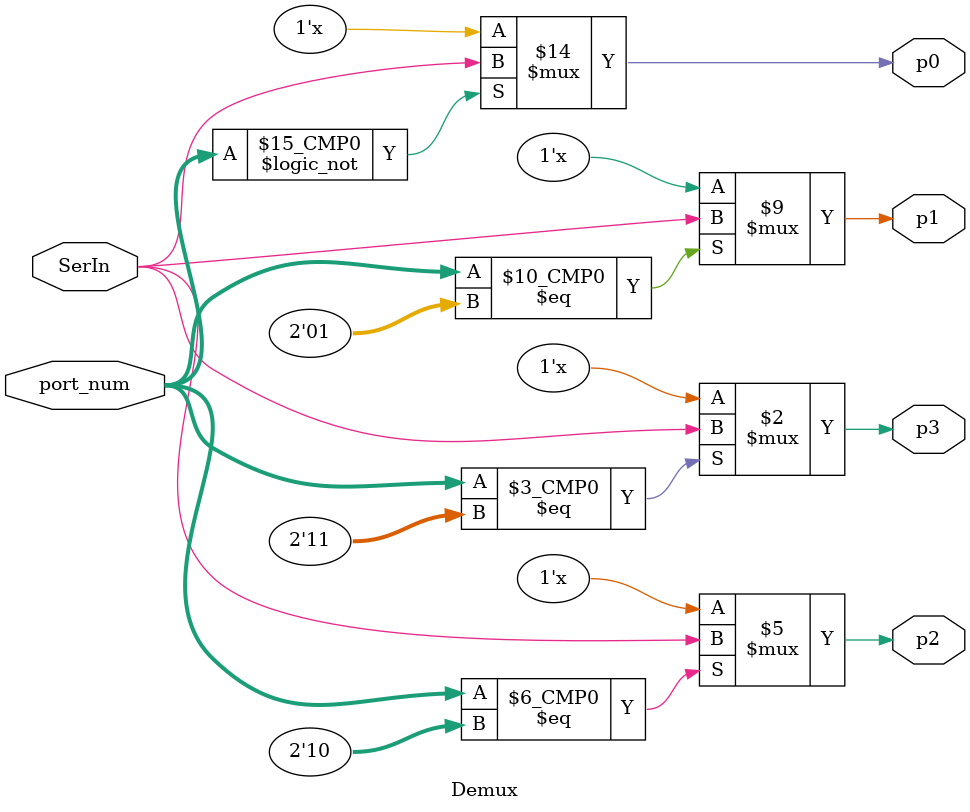
<source format=v>
`timescale 1ns/1ns

module Demux (
	input  SerIn,     
	input [1:0] port_num,     
	output reg p0,
	output reg p1,
	output reg p2,
	output reg p3 
);

	always @(SerIn or port_num) begin
		case (port_num)
			2'b00 : p0 <= SerIn;
			2'b01 : p1 <= SerIn;
			2'b10 : p2 <= SerIn;
			2'b11 : p3 <= SerIn;
		endcase
	end

endmodule

</source>
